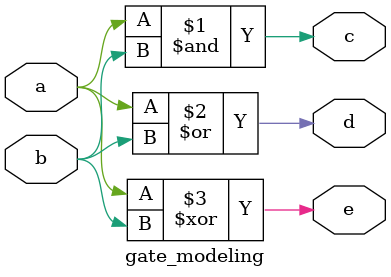
<source format=v>
module gate_modeling(input a, b, 
			output c, d, e);
	
	
and(c, a, b);
or(d, a, b);
xor(e, a, b );


endmodule 

</source>
